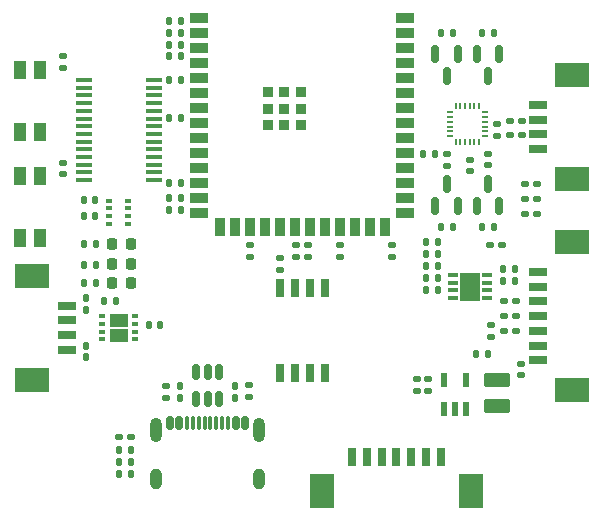
<source format=gbr>
%TF.GenerationSoftware,KiCad,Pcbnew,9.0.2*%
%TF.CreationDate,2025-07-11T20:28:03+01:00*%
%TF.ProjectId,MCU_AURA,4d43555f-4155-4524-912e-6b696361645f,rev?*%
%TF.SameCoordinates,Original*%
%TF.FileFunction,Paste,Top*%
%TF.FilePolarity,Positive*%
%FSLAX46Y46*%
G04 Gerber Fmt 4.6, Leading zero omitted, Abs format (unit mm)*
G04 Created by KiCad (PCBNEW 9.0.2) date 2025-07-11 20:28:03*
%MOMM*%
%LPD*%
G01*
G04 APERTURE LIST*
G04 Aperture macros list*
%AMRoundRect*
0 Rectangle with rounded corners*
0 $1 Rounding radius*
0 $2 $3 $4 $5 $6 $7 $8 $9 X,Y pos of 4 corners*
0 Add a 4 corners polygon primitive as box body*
4,1,4,$2,$3,$4,$5,$6,$7,$8,$9,$2,$3,0*
0 Add four circle primitives for the rounded corners*
1,1,$1+$1,$2,$3*
1,1,$1+$1,$4,$5*
1,1,$1+$1,$6,$7*
1,1,$1+$1,$8,$9*
0 Add four rect primitives between the rounded corners*
20,1,$1+$1,$2,$3,$4,$5,0*
20,1,$1+$1,$4,$5,$6,$7,0*
20,1,$1+$1,$6,$7,$8,$9,0*
20,1,$1+$1,$8,$9,$2,$3,0*%
G04 Aperture macros list end*
%ADD10C,0.000000*%
%ADD11R,0.650000X1.650000*%
%ADD12R,0.500000X0.350000*%
%ADD13RoundRect,0.140000X-0.140000X-0.170000X0.140000X-0.170000X0.140000X0.170000X-0.140000X0.170000X0*%
%ADD14R,0.599999X0.299999*%
%ADD15RoundRect,0.150000X-0.150000X0.587500X-0.150000X-0.587500X0.150000X-0.587500X0.150000X0.587500X0*%
%ADD16RoundRect,0.125000X0.175000X0.125000X-0.175000X0.125000X-0.175000X-0.125000X0.175000X-0.125000X0*%
%ADD17RoundRect,0.140000X-0.170000X0.140000X-0.170000X-0.140000X0.170000X-0.140000X0.170000X0.140000X0*%
%ADD18R,1.000000X1.550000*%
%ADD19R,0.600000X1.200000*%
%ADD20RoundRect,0.135000X0.135000X0.185000X-0.135000X0.185000X-0.135000X-0.185000X0.135000X-0.185000X0*%
%ADD21R,1.600000X0.800000*%
%ADD22R,3.000000X2.100000*%
%ADD23RoundRect,0.150000X0.150000X-0.587500X0.150000X0.587500X-0.150000X0.587500X-0.150000X-0.587500X0*%
%ADD24RoundRect,0.140000X0.140000X0.170000X-0.140000X0.170000X-0.140000X-0.170000X0.140000X-0.170000X0*%
%ADD25RoundRect,0.135000X0.185000X-0.135000X0.185000X0.135000X-0.185000X0.135000X-0.185000X-0.135000X0*%
%ADD26RoundRect,0.135000X-0.185000X0.135000X-0.185000X-0.135000X0.185000X-0.135000X0.185000X0.135000X0*%
%ADD27RoundRect,0.125000X-0.125000X0.175000X-0.125000X-0.175000X0.125000X-0.175000X0.125000X0.175000X0*%
%ADD28RoundRect,0.218750X-0.218750X-0.256250X0.218750X-0.256250X0.218750X0.256250X-0.218750X0.256250X0*%
%ADD29RoundRect,0.140000X0.170000X-0.140000X0.170000X0.140000X-0.170000X0.140000X-0.170000X-0.140000X0*%
%ADD30RoundRect,0.135000X-0.135000X-0.185000X0.135000X-0.185000X0.135000X0.185000X-0.135000X0.185000X0*%
%ADD31R,1.475000X0.450000*%
%ADD32RoundRect,0.050000X-0.225000X-0.050000X0.225000X-0.050000X0.225000X0.050000X-0.225000X0.050000X0*%
%ADD33RoundRect,0.050000X0.050000X-0.225000X0.050000X0.225000X-0.050000X0.225000X-0.050000X-0.225000X0*%
%ADD34RoundRect,0.125000X0.125000X-0.175000X0.125000X0.175000X-0.125000X0.175000X-0.125000X-0.175000X0*%
%ADD35RoundRect,0.150000X0.150000X-0.512500X0.150000X0.512500X-0.150000X0.512500X-0.150000X-0.512500X0*%
%ADD36RoundRect,0.125000X-0.175000X-0.125000X0.175000X-0.125000X0.175000X0.125000X-0.175000X0.125000X0*%
%ADD37R,0.850000X0.350000*%
%ADD38R,1.700000X2.450000*%
%ADD39RoundRect,0.250000X0.850000X-0.375000X0.850000X0.375000X-0.850000X0.375000X-0.850000X-0.375000X0*%
%ADD40R,0.900000X0.900000*%
%ADD41R,1.500000X0.900000*%
%ADD42R,0.900000X1.500000*%
%ADD43R,0.800000X1.600000*%
%ADD44R,2.100000X3.000000*%
%ADD45RoundRect,0.150000X-0.150000X-0.425000X0.150000X-0.425000X0.150000X0.425000X-0.150000X0.425000X0*%
%ADD46RoundRect,0.075000X-0.075000X-0.500000X0.075000X-0.500000X0.075000X0.500000X-0.075000X0.500000X0*%
%ADD47O,1.000000X2.100000*%
%ADD48O,1.000000X1.800000*%
G04 APERTURE END LIST*
D10*
%TO.C,U202*%
G36*
X110196244Y-84100924D02*
G01*
X110205277Y-84103665D01*
X110213600Y-84108115D01*
X110220898Y-84114102D01*
X110226884Y-84121399D01*
X110231335Y-84129723D01*
X110234075Y-84138755D01*
X110235000Y-84148151D01*
X110235000Y-85121849D01*
X110234075Y-85131245D01*
X110231335Y-85140277D01*
X110226884Y-85148601D01*
X110220898Y-85155898D01*
X110213600Y-85161885D01*
X110205277Y-85166335D01*
X110196244Y-85169076D01*
X110186849Y-85170000D01*
X108813151Y-85170000D01*
X108803756Y-85169076D01*
X108794723Y-85166335D01*
X108786400Y-85161885D01*
X108779102Y-85155898D01*
X108773116Y-85148601D01*
X108768665Y-85140277D01*
X108765925Y-85131245D01*
X108765000Y-85121849D01*
X108765000Y-84148151D01*
X108765925Y-84138755D01*
X108768665Y-84129723D01*
X108773116Y-84121399D01*
X108779102Y-84114102D01*
X108786400Y-84108115D01*
X108794723Y-84103665D01*
X108803756Y-84100924D01*
X108813151Y-84100000D01*
X110186849Y-84100000D01*
X110196244Y-84100924D01*
G37*
G36*
X110196244Y-82830924D02*
G01*
X110205277Y-82833665D01*
X110213600Y-82838115D01*
X110220898Y-82844102D01*
X110226884Y-82851399D01*
X110231335Y-82859723D01*
X110234075Y-82868755D01*
X110235000Y-82878151D01*
X110235000Y-83851849D01*
X110234075Y-83861245D01*
X110231335Y-83870277D01*
X110226884Y-83878601D01*
X110220898Y-83885898D01*
X110213600Y-83891885D01*
X110205277Y-83896335D01*
X110196244Y-83899076D01*
X110186849Y-83900000D01*
X108813151Y-83900000D01*
X108803756Y-83899076D01*
X108794723Y-83896335D01*
X108786400Y-83891885D01*
X108779102Y-83885898D01*
X108773116Y-83878601D01*
X108768665Y-83870277D01*
X108765925Y-83861245D01*
X108765000Y-83851849D01*
X108765000Y-82878151D01*
X108765925Y-82868755D01*
X108768665Y-82859723D01*
X108773116Y-82851399D01*
X108779102Y-82844102D01*
X108786400Y-82838115D01*
X108794723Y-82833665D01*
X108803756Y-82830924D01*
X108813151Y-82830000D01*
X110186849Y-82830000D01*
X110196244Y-82830924D01*
G37*
%TD*%
D11*
%TO.C,IC2*%
X123095000Y-87850000D03*
X124365000Y-87850000D03*
X125635000Y-87850000D03*
X126905000Y-87850000D03*
X126905000Y-80650000D03*
X125635000Y-80650000D03*
X124365000Y-80650000D03*
X123095000Y-80650000D03*
%TD*%
D12*
%TO.C,U301*%
X110300000Y-73225000D03*
X110300000Y-73875000D03*
X110300000Y-74525000D03*
X110300000Y-75175000D03*
X108700000Y-75175000D03*
X108700000Y-74525000D03*
X108700000Y-73875000D03*
X108700000Y-73225000D03*
%TD*%
D13*
%TO.C,C106*%
X139770000Y-86250000D03*
X140730000Y-86250000D03*
%TD*%
D14*
%TO.C,U202*%
X110900000Y-84975002D03*
X110900000Y-84325001D03*
X110900000Y-83675002D03*
X110900000Y-83025001D03*
X108100000Y-83025001D03*
X108100000Y-83675002D03*
X108100000Y-84325001D03*
X108100000Y-84975002D03*
%TD*%
D15*
%TO.C,Q300*%
X138200000Y-60812500D03*
X136300000Y-60812500D03*
X137250000Y-62687500D03*
%TD*%
D16*
%TO.C,D403*%
X144900000Y-74400000D03*
X143900000Y-74400000D03*
%TD*%
D17*
%TO.C,C300*%
X137250000Y-69295000D03*
X137250000Y-70255000D03*
%TD*%
D18*
%TO.C,S201*%
X102850000Y-76375000D03*
X101150000Y-76375000D03*
X102850000Y-71125000D03*
X101150000Y-71125000D03*
%TD*%
D19*
%TO.C,U101*%
X137000000Y-90900000D03*
X137950000Y-90900000D03*
X138900000Y-90900000D03*
X138900000Y-88400000D03*
X137000000Y-88400000D03*
%TD*%
D20*
%TO.C,R102*%
X143010000Y-79000000D03*
X141990000Y-79000000D03*
%TD*%
D21*
%TO.C,J400*%
X105066000Y-82125000D03*
X105066000Y-83375000D03*
X105066000Y-84625000D03*
X105066000Y-85875000D03*
D22*
X102166000Y-88425000D03*
X102166000Y-79575000D03*
%TD*%
D23*
%TO.C,U102*%
X139800000Y-73687500D03*
X141700000Y-73687500D03*
X140750000Y-71812500D03*
%TD*%
D24*
%TO.C,C101*%
X110480000Y-95350000D03*
X109520000Y-95350000D03*
%TD*%
%TO.C,C104*%
X136480000Y-79750000D03*
X135520000Y-79750000D03*
%TD*%
D25*
%TO.C,R401*%
X132600000Y-78010000D03*
X132600000Y-76990000D03*
%TD*%
D24*
%TO.C,C202*%
X114730000Y-61020000D03*
X113770000Y-61020000D03*
%TD*%
D26*
%TO.C,R100*%
X120500000Y-88850000D03*
X120500000Y-89870000D03*
%TD*%
%TO.C,R306*%
X125500000Y-76990000D03*
X125500000Y-78010000D03*
%TD*%
D17*
%TO.C,C103*%
X141000000Y-83770000D03*
X141000000Y-84730000D03*
%TD*%
D27*
%TO.C,D409*%
X106750000Y-85500000D03*
X106750000Y-86500000D03*
%TD*%
D16*
%TO.C,D407*%
X143600000Y-67700000D03*
X142600000Y-67700000D03*
%TD*%
D20*
%TO.C,R200*%
X114760000Y-60020000D03*
X113740000Y-60020000D03*
%TD*%
D28*
%TO.C,D300*%
X108932500Y-80240000D03*
X110507500Y-80240000D03*
%TD*%
D29*
%TO.C,C203*%
X104750000Y-61980000D03*
X104750000Y-61020000D03*
%TD*%
%TO.C,C301*%
X141550000Y-67730000D03*
X141550000Y-66770000D03*
%TD*%
D28*
%TO.C,D103*%
X108912500Y-78600000D03*
X110487500Y-78600000D03*
%TD*%
D24*
%TO.C,C109*%
X141230000Y-75500000D03*
X140270000Y-75500000D03*
%TD*%
D26*
%TO.C,R1*%
X128250000Y-76990000D03*
X128250000Y-78010000D03*
%TD*%
%TO.C,R400*%
X124500000Y-76990000D03*
X124500000Y-78010000D03*
%TD*%
D16*
%TO.C,D402*%
X144900000Y-73100000D03*
X143900000Y-73100000D03*
%TD*%
D25*
%TO.C,R107*%
X134700000Y-89360000D03*
X134700000Y-88340000D03*
%TD*%
D30*
%TO.C,R301*%
X140240000Y-59000000D03*
X141260000Y-59000000D03*
%TD*%
D13*
%TO.C,C206*%
X108270000Y-81700000D03*
X109230000Y-81700000D03*
%TD*%
%TO.C,C205*%
X112020000Y-83750000D03*
X112980000Y-83750000D03*
%TD*%
D31*
%TO.C,IC1*%
X106562000Y-63025000D03*
X106562000Y-63675000D03*
X106562000Y-64325000D03*
X106562000Y-64975000D03*
X106562000Y-65625000D03*
X106562000Y-66275000D03*
X106562000Y-66925000D03*
X106562000Y-67575000D03*
X106562000Y-68225000D03*
X106562000Y-68875000D03*
X106562000Y-69525000D03*
X106562000Y-70175000D03*
X106562000Y-70825000D03*
X106562000Y-71475000D03*
X112438000Y-71475000D03*
X112438000Y-70825000D03*
X112438000Y-70175000D03*
X112438000Y-69525000D03*
X112438000Y-68875000D03*
X112438000Y-68225000D03*
X112438000Y-67575000D03*
X112438000Y-66925000D03*
X112438000Y-66275000D03*
X112438000Y-65625000D03*
X112438000Y-64975000D03*
X112438000Y-64325000D03*
X112438000Y-63675000D03*
X112438000Y-63025000D03*
%TD*%
D32*
%TO.C,U300*%
X137500000Y-65750000D03*
X137500000Y-66150000D03*
X137500000Y-66550000D03*
X137500000Y-66950000D03*
X137500000Y-67350000D03*
X137500000Y-67750000D03*
D33*
X138000000Y-68250000D03*
X138400000Y-68250000D03*
X138800000Y-68250000D03*
X139200000Y-68250000D03*
X139600000Y-68250000D03*
X140000000Y-68250000D03*
D32*
X140500000Y-67750000D03*
X140500000Y-67350000D03*
X140500000Y-66950000D03*
X140500000Y-66550000D03*
X140500000Y-66150000D03*
X140500000Y-65750000D03*
D33*
X140000000Y-65250000D03*
X139600000Y-65250000D03*
X139200000Y-65250000D03*
X138800000Y-65250000D03*
X138400000Y-65250000D03*
X138000000Y-65250000D03*
%TD*%
D23*
%TO.C,Q302*%
X136300000Y-73687500D03*
X138200000Y-73687500D03*
X137250000Y-71812500D03*
%TD*%
D34*
%TO.C,D410*%
X106750000Y-82500000D03*
X106750000Y-81500000D03*
%TD*%
D30*
%TO.C,R108*%
X106540000Y-76900000D03*
X107560000Y-76900000D03*
%TD*%
D26*
%TO.C,R106*%
X135700000Y-88340000D03*
X135700000Y-89360000D03*
%TD*%
D15*
%TO.C,Q301*%
X141700000Y-60812500D03*
X139800000Y-60812500D03*
X140750000Y-62687500D03*
%TD*%
D29*
%TO.C,C107*%
X143500000Y-87980000D03*
X143500000Y-87020000D03*
%TD*%
D30*
%TO.C,R305*%
X106540000Y-80200000D03*
X107560000Y-80200000D03*
%TD*%
D35*
%TO.C,U201*%
X116050000Y-90047500D03*
X117000000Y-90047500D03*
X117950000Y-90047500D03*
X117950000Y-87772500D03*
X117000000Y-87772500D03*
X116050000Y-87772500D03*
%TD*%
D16*
%TO.C,D405*%
X143100000Y-83000000D03*
X142100000Y-83000000D03*
%TD*%
D29*
%TO.C,C108*%
X140750000Y-70230000D03*
X140750000Y-69270000D03*
%TD*%
D34*
%TO.C,D101*%
X114700000Y-89960000D03*
X114700000Y-88960000D03*
%TD*%
D30*
%TO.C,R202*%
X113740000Y-74000000D03*
X114760000Y-74000000D03*
%TD*%
%TO.C,R201*%
X113740000Y-73010000D03*
X114760000Y-73010000D03*
%TD*%
D36*
%TO.C,D400*%
X140900000Y-77000000D03*
X141900000Y-77000000D03*
%TD*%
D20*
%TO.C,R205*%
X114760000Y-71750000D03*
X113740000Y-71750000D03*
%TD*%
D13*
%TO.C,C303*%
X113770000Y-63000000D03*
X114730000Y-63000000D03*
%TD*%
D18*
%TO.C,S200*%
X102850000Y-67375000D03*
X101150000Y-67375000D03*
X102850000Y-62125000D03*
X101150000Y-62125000D03*
%TD*%
D24*
%TO.C,C105*%
X136480000Y-80800000D03*
X135520000Y-80800000D03*
%TD*%
%TO.C,C304*%
X107480000Y-74550000D03*
X106520000Y-74550000D03*
%TD*%
%TO.C,C102*%
X110480000Y-96350000D03*
X109520000Y-96350000D03*
%TD*%
%TO.C,C100*%
X110480000Y-94350000D03*
X109520000Y-94350000D03*
%TD*%
D37*
%TO.C,U100*%
X140700000Y-81475000D03*
X140700000Y-80825000D03*
X140700000Y-80175000D03*
X140700000Y-79525000D03*
X137800000Y-79525000D03*
X137800000Y-80175000D03*
X137800000Y-80825000D03*
X137800000Y-81475000D03*
D38*
X139250000Y-80500000D03*
%TD*%
D39*
%TO.C,L101*%
X141500000Y-90575000D03*
X141500000Y-88425000D03*
%TD*%
D17*
%TO.C,C302*%
X139250000Y-69770000D03*
X139250000Y-70730000D03*
%TD*%
D40*
%TO.C,U200*%
X122100000Y-64060000D03*
X122100000Y-65460000D03*
X122100000Y-66860000D03*
X123500000Y-64060000D03*
X123500000Y-65460000D03*
X123500000Y-66860000D03*
X124900000Y-64060000D03*
X124900000Y-65460000D03*
X124900000Y-66860000D03*
D41*
X116250000Y-57740000D03*
X116250000Y-59010000D03*
X116250000Y-60280000D03*
X116250000Y-61550000D03*
X116250000Y-62820000D03*
X116250000Y-64090000D03*
X116250000Y-65360000D03*
X116250000Y-66630000D03*
X116250000Y-67900000D03*
X116250000Y-69170000D03*
X116250000Y-70440000D03*
X116250000Y-71710000D03*
X116250000Y-72980000D03*
X116250000Y-74250000D03*
D42*
X118015000Y-75500000D03*
X119285000Y-75500000D03*
X120555000Y-75500000D03*
X121825000Y-75500000D03*
X123095000Y-75500000D03*
X124365000Y-75500000D03*
X125635000Y-75500000D03*
X126905000Y-75500000D03*
X128175000Y-75500000D03*
X129445000Y-75500000D03*
X130715000Y-75500000D03*
X131985000Y-75500000D03*
D41*
X133750000Y-74250000D03*
X133750000Y-72980000D03*
X133750000Y-71710000D03*
X133750000Y-70440000D03*
X133750000Y-69170000D03*
X133750000Y-67900000D03*
X133750000Y-66630000D03*
X133750000Y-65360000D03*
X133750000Y-64090000D03*
X133750000Y-62820000D03*
X133750000Y-61550000D03*
X133750000Y-60280000D03*
X133750000Y-59010000D03*
X133750000Y-57740000D03*
%TD*%
D24*
%TO.C,C401*%
X136480000Y-77720000D03*
X135520000Y-77720000D03*
%TD*%
D26*
%TO.C,R101*%
X113500000Y-88950000D03*
X113500000Y-89970000D03*
%TD*%
D30*
%TO.C,R104*%
X106540000Y-78650000D03*
X107560000Y-78650000D03*
%TD*%
D20*
%TO.C,R303*%
X137760000Y-75500000D03*
X136740000Y-75500000D03*
%TD*%
D29*
%TO.C,C1*%
X123100000Y-79080000D03*
X123100000Y-78120000D03*
%TD*%
D30*
%TO.C,R300*%
X136740000Y-59000000D03*
X137760000Y-59000000D03*
%TD*%
D43*
%TO.C,J405*%
X129250000Y-94900000D03*
X130500000Y-94900000D03*
X131750000Y-94900000D03*
X133000000Y-94900000D03*
X134250000Y-94900000D03*
X135500000Y-94900000D03*
X136750000Y-94900000D03*
D44*
X126700000Y-97800000D03*
X139300000Y-97800000D03*
%TD*%
D45*
%TO.C,J100*%
X113800000Y-92070000D03*
X114600000Y-92070000D03*
D46*
X115750000Y-92070000D03*
X116750000Y-92070000D03*
X117250000Y-92070000D03*
X118250000Y-92070000D03*
D45*
X119400000Y-92070000D03*
X120200000Y-92070000D03*
X120200000Y-92070000D03*
X119400000Y-92070000D03*
D46*
X118750000Y-92070000D03*
X117750000Y-92070000D03*
X116250000Y-92070000D03*
X115250000Y-92070000D03*
D45*
X114600000Y-92070000D03*
X113800000Y-92070000D03*
D47*
X112680000Y-92645000D03*
X121320000Y-92645000D03*
D48*
X112680000Y-96825000D03*
X121320000Y-96825000D03*
%TD*%
D21*
%TO.C,J402*%
X144950000Y-68875000D03*
X144950000Y-67625000D03*
X144950000Y-66375000D03*
X144950000Y-65125000D03*
D22*
X147850000Y-62575000D03*
X147850000Y-71425000D03*
%TD*%
D16*
%TO.C,D102*%
X110500000Y-93250000D03*
X109500000Y-93250000D03*
%TD*%
D29*
%TO.C,C204*%
X104750000Y-70980000D03*
X104750000Y-70020000D03*
%TD*%
D26*
%TO.C,R206*%
X120600000Y-76990000D03*
X120600000Y-78010000D03*
%TD*%
D20*
%TO.C,R304*%
X114760000Y-66250000D03*
X113740000Y-66250000D03*
%TD*%
D30*
%TO.C,R302*%
X135240000Y-69250000D03*
X136260000Y-69250000D03*
%TD*%
D16*
%TO.C,D406*%
X143100000Y-81700000D03*
X142100000Y-81700000D03*
%TD*%
D24*
%TO.C,C402*%
X136480000Y-76750000D03*
X135520000Y-76750000D03*
%TD*%
D34*
%TO.C,D100*%
X119300000Y-89960000D03*
X119300000Y-88960000D03*
%TD*%
D20*
%TO.C,R103*%
X143010000Y-80000000D03*
X141990000Y-80000000D03*
%TD*%
D16*
%TO.C,D401*%
X144900000Y-71800000D03*
X143900000Y-71800000D03*
%TD*%
%TO.C,D404*%
X143100000Y-84300000D03*
X142100000Y-84300000D03*
%TD*%
%TO.C,D408*%
X143600000Y-66500000D03*
X142600000Y-66500000D03*
%TD*%
D28*
%TO.C,D104*%
X108912500Y-76900000D03*
X110487500Y-76900000D03*
%TD*%
D24*
%TO.C,C305*%
X107480000Y-73200000D03*
X106520000Y-73200000D03*
%TD*%
D21*
%TO.C,J407*%
X145000000Y-86750000D03*
X145000000Y-85500000D03*
X145000000Y-84250000D03*
X145000000Y-83000000D03*
X145000000Y-81750000D03*
X145000000Y-80500000D03*
X145000000Y-79250000D03*
D22*
X147900000Y-89300000D03*
X147900000Y-76700000D03*
%TD*%
D24*
%TO.C,C201*%
X114730000Y-59000000D03*
X113770000Y-59000000D03*
%TD*%
%TO.C,C400*%
X136480000Y-78750000D03*
X135520000Y-78750000D03*
%TD*%
%TO.C,C200*%
X114730000Y-58000000D03*
X113770000Y-58000000D03*
%TD*%
M02*

</source>
